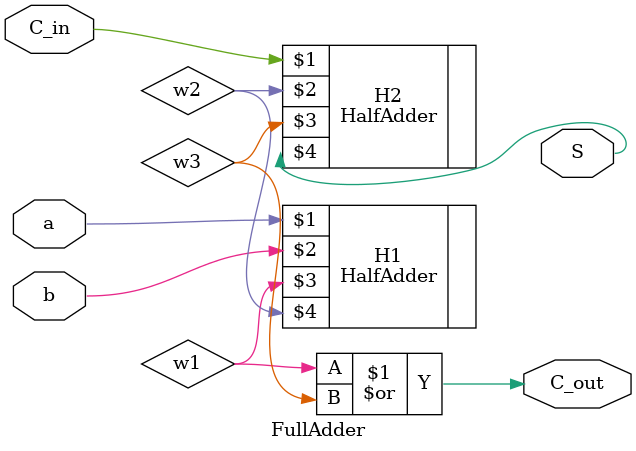
<source format=v>

module FullAdder(a, b, C_in, S, C_out);

	input a, b, C_in;
	output C_out, S;
	wire w1, w2, w3;
	
	HalfAdder 	H1(a, b, w1, w2); 
	HalfAdder 	H2(C_in, w2, w3, S);
	or 		 	G1(C_out, w1, w3);


endmodule
</source>
